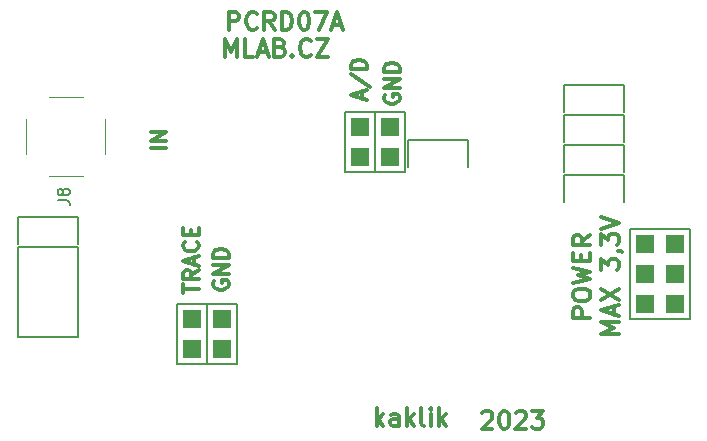
<source format=gbr>
%TF.GenerationSoftware,KiCad,Pcbnew,7.0.7-7.0.7~ubuntu23.04.1*%
%TF.CreationDate,2023-09-26T14:19:23+00:00*%
%TF.ProjectId,PCRD07,50435244-3037-42e6-9b69-6361645f7063,REV*%
%TF.SameCoordinates,PX6bb53e0PY7c5bf00*%
%TF.FileFunction,Legend,Top*%
%TF.FilePolarity,Positive*%
%FSLAX46Y46*%
G04 Gerber Fmt 4.6, Leading zero omitted, Abs format (unit mm)*
G04 Created by KiCad (PCBNEW 7.0.7-7.0.7~ubuntu23.04.1) date 2023-09-26 14:19:23*
%MOMM*%
%LPD*%
G01*
G04 APERTURE LIST*
%ADD10C,0.300000*%
%ADD11C,0.150000*%
%ADD12C,0.120000*%
%ADD13R,1.524000X1.524000*%
G04 APERTURE END LIST*
D10*
X21891804Y18175490D02*
X21891804Y18918347D01*
X23191804Y18546919D02*
X21891804Y18546919D01*
X23191804Y20094537D02*
X22572757Y19661204D01*
X23191804Y19351680D02*
X21891804Y19351680D01*
X21891804Y19351680D02*
X21891804Y19846918D01*
X21891804Y19846918D02*
X21953709Y19970728D01*
X21953709Y19970728D02*
X22015614Y20032633D01*
X22015614Y20032633D02*
X22139423Y20094537D01*
X22139423Y20094537D02*
X22325138Y20094537D01*
X22325138Y20094537D02*
X22448947Y20032633D01*
X22448947Y20032633D02*
X22510852Y19970728D01*
X22510852Y19970728D02*
X22572757Y19846918D01*
X22572757Y19846918D02*
X22572757Y19351680D01*
X22820376Y20589776D02*
X22820376Y21208823D01*
X23191804Y20465966D02*
X21891804Y20899299D01*
X21891804Y20899299D02*
X23191804Y21332633D01*
X23067995Y22508823D02*
X23129900Y22446919D01*
X23129900Y22446919D02*
X23191804Y22261204D01*
X23191804Y22261204D02*
X23191804Y22137395D01*
X23191804Y22137395D02*
X23129900Y21951681D01*
X23129900Y21951681D02*
X23006090Y21827871D01*
X23006090Y21827871D02*
X22882280Y21765966D01*
X22882280Y21765966D02*
X22634661Y21704062D01*
X22634661Y21704062D02*
X22448947Y21704062D01*
X22448947Y21704062D02*
X22201328Y21765966D01*
X22201328Y21765966D02*
X22077519Y21827871D01*
X22077519Y21827871D02*
X21953709Y21951681D01*
X21953709Y21951681D02*
X21891804Y22137395D01*
X21891804Y22137395D02*
X21891804Y22261204D01*
X21891804Y22261204D02*
X21953709Y22446919D01*
X21953709Y22446919D02*
X22015614Y22508823D01*
X22510852Y23065966D02*
X22510852Y23499300D01*
X23191804Y23685014D02*
X23191804Y23065966D01*
X23191804Y23065966D02*
X21891804Y23065966D01*
X21891804Y23065966D02*
X21891804Y23685014D01*
X38971709Y34931204D02*
X38909804Y34807394D01*
X38909804Y34807394D02*
X38909804Y34621680D01*
X38909804Y34621680D02*
X38971709Y34435966D01*
X38971709Y34435966D02*
X39095519Y34312156D01*
X39095519Y34312156D02*
X39219328Y34250251D01*
X39219328Y34250251D02*
X39466947Y34188347D01*
X39466947Y34188347D02*
X39652661Y34188347D01*
X39652661Y34188347D02*
X39900280Y34250251D01*
X39900280Y34250251D02*
X40024090Y34312156D01*
X40024090Y34312156D02*
X40147900Y34435966D01*
X40147900Y34435966D02*
X40209804Y34621680D01*
X40209804Y34621680D02*
X40209804Y34745489D01*
X40209804Y34745489D02*
X40147900Y34931204D01*
X40147900Y34931204D02*
X40085995Y34993108D01*
X40085995Y34993108D02*
X39652661Y34993108D01*
X39652661Y34993108D02*
X39652661Y34745489D01*
X40209804Y35550251D02*
X38909804Y35550251D01*
X38909804Y35550251D02*
X40209804Y36293108D01*
X40209804Y36293108D02*
X38909804Y36293108D01*
X40209804Y36912156D02*
X38909804Y36912156D01*
X38909804Y36912156D02*
X38909804Y37221680D01*
X38909804Y37221680D02*
X38971709Y37407394D01*
X38971709Y37407394D02*
X39095519Y37531204D01*
X39095519Y37531204D02*
X39219328Y37593109D01*
X39219328Y37593109D02*
X39466947Y37655013D01*
X39466947Y37655013D02*
X39652661Y37655013D01*
X39652661Y37655013D02*
X39900280Y37593109D01*
X39900280Y37593109D02*
X40024090Y37531204D01*
X40024090Y37531204D02*
X40147900Y37407394D01*
X40147900Y37407394D02*
X40209804Y37221680D01*
X40209804Y37221680D02*
X40209804Y36912156D01*
X24493709Y19183204D02*
X24431804Y19059394D01*
X24431804Y19059394D02*
X24431804Y18873680D01*
X24431804Y18873680D02*
X24493709Y18687966D01*
X24493709Y18687966D02*
X24617519Y18564156D01*
X24617519Y18564156D02*
X24741328Y18502251D01*
X24741328Y18502251D02*
X24988947Y18440347D01*
X24988947Y18440347D02*
X25174661Y18440347D01*
X25174661Y18440347D02*
X25422280Y18502251D01*
X25422280Y18502251D02*
X25546090Y18564156D01*
X25546090Y18564156D02*
X25669900Y18687966D01*
X25669900Y18687966D02*
X25731804Y18873680D01*
X25731804Y18873680D02*
X25731804Y18997489D01*
X25731804Y18997489D02*
X25669900Y19183204D01*
X25669900Y19183204D02*
X25607995Y19245108D01*
X25607995Y19245108D02*
X25174661Y19245108D01*
X25174661Y19245108D02*
X25174661Y18997489D01*
X25731804Y19802251D02*
X24431804Y19802251D01*
X24431804Y19802251D02*
X25731804Y20545108D01*
X25731804Y20545108D02*
X24431804Y20545108D01*
X25731804Y21164156D02*
X24431804Y21164156D01*
X24431804Y21164156D02*
X24431804Y21473680D01*
X24431804Y21473680D02*
X24493709Y21659394D01*
X24493709Y21659394D02*
X24617519Y21783204D01*
X24617519Y21783204D02*
X24741328Y21845109D01*
X24741328Y21845109D02*
X24988947Y21907013D01*
X24988947Y21907013D02*
X25174661Y21907013D01*
X25174661Y21907013D02*
X25422280Y21845109D01*
X25422280Y21845109D02*
X25546090Y21783204D01*
X25546090Y21783204D02*
X25669900Y21659394D01*
X25669900Y21659394D02*
X25731804Y21473680D01*
X25731804Y21473680D02*
X25731804Y21164156D01*
X37044376Y34628061D02*
X37044376Y35247108D01*
X37415804Y34504251D02*
X36115804Y34937584D01*
X36115804Y34937584D02*
X37415804Y35370918D01*
X36053900Y36732823D02*
X37725328Y35618537D01*
X37415804Y37166156D02*
X36115804Y37166156D01*
X36115804Y37166156D02*
X36115804Y37475680D01*
X36115804Y37475680D02*
X36177709Y37661394D01*
X36177709Y37661394D02*
X36301519Y37785204D01*
X36301519Y37785204D02*
X36425328Y37847109D01*
X36425328Y37847109D02*
X36672947Y37909013D01*
X36672947Y37909013D02*
X36858661Y37909013D01*
X36858661Y37909013D02*
X37106280Y37847109D01*
X37106280Y37847109D02*
X37230090Y37785204D01*
X37230090Y37785204D02*
X37353900Y37661394D01*
X37353900Y37661394D02*
X37415804Y37475680D01*
X37415804Y37475680D02*
X37415804Y37166156D01*
X20444804Y30455203D02*
X19144804Y30455203D01*
X20444804Y31074251D02*
X19144804Y31074251D01*
X19144804Y31074251D02*
X20444804Y31817108D01*
X20444804Y31817108D02*
X19144804Y31817108D01*
X38255142Y6941672D02*
X38255142Y8441672D01*
X38398000Y7513100D02*
X38826571Y6941672D01*
X38826571Y7941672D02*
X38255142Y7370243D01*
X40112286Y6941672D02*
X40112286Y7727386D01*
X40112286Y7727386D02*
X40040857Y7870243D01*
X40040857Y7870243D02*
X39898000Y7941672D01*
X39898000Y7941672D02*
X39612286Y7941672D01*
X39612286Y7941672D02*
X39469428Y7870243D01*
X40112286Y7013100D02*
X39969428Y6941672D01*
X39969428Y6941672D02*
X39612286Y6941672D01*
X39612286Y6941672D02*
X39469428Y7013100D01*
X39469428Y7013100D02*
X39398000Y7155958D01*
X39398000Y7155958D02*
X39398000Y7298815D01*
X39398000Y7298815D02*
X39469428Y7441672D01*
X39469428Y7441672D02*
X39612286Y7513100D01*
X39612286Y7513100D02*
X39969428Y7513100D01*
X39969428Y7513100D02*
X40112286Y7584529D01*
X40826571Y6941672D02*
X40826571Y8441672D01*
X40969429Y7513100D02*
X41398000Y6941672D01*
X41398000Y7941672D02*
X40826571Y7370243D01*
X42255143Y6941672D02*
X42112286Y7013100D01*
X42112286Y7013100D02*
X42040857Y7155958D01*
X42040857Y7155958D02*
X42040857Y8441672D01*
X42826571Y6941672D02*
X42826571Y7941672D01*
X42826571Y8441672D02*
X42755143Y8370243D01*
X42755143Y8370243D02*
X42826571Y8298815D01*
X42826571Y8298815D02*
X42898000Y8370243D01*
X42898000Y8370243D02*
X42826571Y8441672D01*
X42826571Y8441672D02*
X42826571Y8298815D01*
X43540857Y6941672D02*
X43540857Y8441672D01*
X43683715Y7513100D02*
X44112286Y6941672D01*
X44112286Y7941672D02*
X43540857Y7370243D01*
X25765714Y40469672D02*
X25765714Y41969672D01*
X25765714Y41969672D02*
X26337143Y41969672D01*
X26337143Y41969672D02*
X26480000Y41898243D01*
X26480000Y41898243D02*
X26551429Y41826815D01*
X26551429Y41826815D02*
X26622857Y41683958D01*
X26622857Y41683958D02*
X26622857Y41469672D01*
X26622857Y41469672D02*
X26551429Y41326815D01*
X26551429Y41326815D02*
X26480000Y41255386D01*
X26480000Y41255386D02*
X26337143Y41183958D01*
X26337143Y41183958D02*
X25765714Y41183958D01*
X28122857Y40612529D02*
X28051429Y40541100D01*
X28051429Y40541100D02*
X27837143Y40469672D01*
X27837143Y40469672D02*
X27694286Y40469672D01*
X27694286Y40469672D02*
X27480000Y40541100D01*
X27480000Y40541100D02*
X27337143Y40683958D01*
X27337143Y40683958D02*
X27265714Y40826815D01*
X27265714Y40826815D02*
X27194286Y41112529D01*
X27194286Y41112529D02*
X27194286Y41326815D01*
X27194286Y41326815D02*
X27265714Y41612529D01*
X27265714Y41612529D02*
X27337143Y41755386D01*
X27337143Y41755386D02*
X27480000Y41898243D01*
X27480000Y41898243D02*
X27694286Y41969672D01*
X27694286Y41969672D02*
X27837143Y41969672D01*
X27837143Y41969672D02*
X28051429Y41898243D01*
X28051429Y41898243D02*
X28122857Y41826815D01*
X29622857Y40469672D02*
X29122857Y41183958D01*
X28765714Y40469672D02*
X28765714Y41969672D01*
X28765714Y41969672D02*
X29337143Y41969672D01*
X29337143Y41969672D02*
X29480000Y41898243D01*
X29480000Y41898243D02*
X29551429Y41826815D01*
X29551429Y41826815D02*
X29622857Y41683958D01*
X29622857Y41683958D02*
X29622857Y41469672D01*
X29622857Y41469672D02*
X29551429Y41326815D01*
X29551429Y41326815D02*
X29480000Y41255386D01*
X29480000Y41255386D02*
X29337143Y41183958D01*
X29337143Y41183958D02*
X28765714Y41183958D01*
X30265714Y40469672D02*
X30265714Y41969672D01*
X30265714Y41969672D02*
X30622857Y41969672D01*
X30622857Y41969672D02*
X30837143Y41898243D01*
X30837143Y41898243D02*
X30980000Y41755386D01*
X30980000Y41755386D02*
X31051429Y41612529D01*
X31051429Y41612529D02*
X31122857Y41326815D01*
X31122857Y41326815D02*
X31122857Y41112529D01*
X31122857Y41112529D02*
X31051429Y40826815D01*
X31051429Y40826815D02*
X30980000Y40683958D01*
X30980000Y40683958D02*
X30837143Y40541100D01*
X30837143Y40541100D02*
X30622857Y40469672D01*
X30622857Y40469672D02*
X30265714Y40469672D01*
X32051429Y41969672D02*
X32194286Y41969672D01*
X32194286Y41969672D02*
X32337143Y41898243D01*
X32337143Y41898243D02*
X32408572Y41826815D01*
X32408572Y41826815D02*
X32480000Y41683958D01*
X32480000Y41683958D02*
X32551429Y41398243D01*
X32551429Y41398243D02*
X32551429Y41041100D01*
X32551429Y41041100D02*
X32480000Y40755386D01*
X32480000Y40755386D02*
X32408572Y40612529D01*
X32408572Y40612529D02*
X32337143Y40541100D01*
X32337143Y40541100D02*
X32194286Y40469672D01*
X32194286Y40469672D02*
X32051429Y40469672D01*
X32051429Y40469672D02*
X31908572Y40541100D01*
X31908572Y40541100D02*
X31837143Y40612529D01*
X31837143Y40612529D02*
X31765714Y40755386D01*
X31765714Y40755386D02*
X31694286Y41041100D01*
X31694286Y41041100D02*
X31694286Y41398243D01*
X31694286Y41398243D02*
X31765714Y41683958D01*
X31765714Y41683958D02*
X31837143Y41826815D01*
X31837143Y41826815D02*
X31908572Y41898243D01*
X31908572Y41898243D02*
X32051429Y41969672D01*
X33051428Y41969672D02*
X34051428Y41969672D01*
X34051428Y41969672D02*
X33408571Y40469672D01*
X34551428Y40898243D02*
X35265714Y40898243D01*
X34408571Y40469672D02*
X34908571Y41969672D01*
X34908571Y41969672D02*
X35408571Y40469672D01*
X25396571Y38183672D02*
X25396571Y39683672D01*
X25396571Y39683672D02*
X25896571Y38612243D01*
X25896571Y38612243D02*
X26396571Y39683672D01*
X26396571Y39683672D02*
X26396571Y38183672D01*
X27825143Y38183672D02*
X27110857Y38183672D01*
X27110857Y38183672D02*
X27110857Y39683672D01*
X28253715Y38612243D02*
X28968001Y38612243D01*
X28110858Y38183672D02*
X28610858Y39683672D01*
X28610858Y39683672D02*
X29110858Y38183672D01*
X30110857Y38969386D02*
X30325143Y38897958D01*
X30325143Y38897958D02*
X30396572Y38826529D01*
X30396572Y38826529D02*
X30468000Y38683672D01*
X30468000Y38683672D02*
X30468000Y38469386D01*
X30468000Y38469386D02*
X30396572Y38326529D01*
X30396572Y38326529D02*
X30325143Y38255100D01*
X30325143Y38255100D02*
X30182286Y38183672D01*
X30182286Y38183672D02*
X29610857Y38183672D01*
X29610857Y38183672D02*
X29610857Y39683672D01*
X29610857Y39683672D02*
X30110857Y39683672D01*
X30110857Y39683672D02*
X30253715Y39612243D01*
X30253715Y39612243D02*
X30325143Y39540815D01*
X30325143Y39540815D02*
X30396572Y39397958D01*
X30396572Y39397958D02*
X30396572Y39255100D01*
X30396572Y39255100D02*
X30325143Y39112243D01*
X30325143Y39112243D02*
X30253715Y39040815D01*
X30253715Y39040815D02*
X30110857Y38969386D01*
X30110857Y38969386D02*
X29610857Y38969386D01*
X31110857Y38326529D02*
X31182286Y38255100D01*
X31182286Y38255100D02*
X31110857Y38183672D01*
X31110857Y38183672D02*
X31039429Y38255100D01*
X31039429Y38255100D02*
X31110857Y38326529D01*
X31110857Y38326529D02*
X31110857Y38183672D01*
X32682286Y38326529D02*
X32610858Y38255100D01*
X32610858Y38255100D02*
X32396572Y38183672D01*
X32396572Y38183672D02*
X32253715Y38183672D01*
X32253715Y38183672D02*
X32039429Y38255100D01*
X32039429Y38255100D02*
X31896572Y38397958D01*
X31896572Y38397958D02*
X31825143Y38540815D01*
X31825143Y38540815D02*
X31753715Y38826529D01*
X31753715Y38826529D02*
X31753715Y39040815D01*
X31753715Y39040815D02*
X31825143Y39326529D01*
X31825143Y39326529D02*
X31896572Y39469386D01*
X31896572Y39469386D02*
X32039429Y39612243D01*
X32039429Y39612243D02*
X32253715Y39683672D01*
X32253715Y39683672D02*
X32396572Y39683672D01*
X32396572Y39683672D02*
X32610858Y39612243D01*
X32610858Y39612243D02*
X32682286Y39540815D01*
X33182286Y39683672D02*
X34182286Y39683672D01*
X34182286Y39683672D02*
X33182286Y38183672D01*
X33182286Y38183672D02*
X34182286Y38183672D01*
X56366828Y16093714D02*
X54866828Y16093714D01*
X54866828Y16093714D02*
X54866828Y16665143D01*
X54866828Y16665143D02*
X54938257Y16808000D01*
X54938257Y16808000D02*
X55009685Y16879429D01*
X55009685Y16879429D02*
X55152542Y16950857D01*
X55152542Y16950857D02*
X55366828Y16950857D01*
X55366828Y16950857D02*
X55509685Y16879429D01*
X55509685Y16879429D02*
X55581114Y16808000D01*
X55581114Y16808000D02*
X55652542Y16665143D01*
X55652542Y16665143D02*
X55652542Y16093714D01*
X54866828Y17879429D02*
X54866828Y18165143D01*
X54866828Y18165143D02*
X54938257Y18308000D01*
X54938257Y18308000D02*
X55081114Y18450857D01*
X55081114Y18450857D02*
X55366828Y18522286D01*
X55366828Y18522286D02*
X55866828Y18522286D01*
X55866828Y18522286D02*
X56152542Y18450857D01*
X56152542Y18450857D02*
X56295400Y18308000D01*
X56295400Y18308000D02*
X56366828Y18165143D01*
X56366828Y18165143D02*
X56366828Y17879429D01*
X56366828Y17879429D02*
X56295400Y17736571D01*
X56295400Y17736571D02*
X56152542Y17593714D01*
X56152542Y17593714D02*
X55866828Y17522286D01*
X55866828Y17522286D02*
X55366828Y17522286D01*
X55366828Y17522286D02*
X55081114Y17593714D01*
X55081114Y17593714D02*
X54938257Y17736571D01*
X54938257Y17736571D02*
X54866828Y17879429D01*
X54866828Y19022286D02*
X56366828Y19379429D01*
X56366828Y19379429D02*
X55295400Y19665143D01*
X55295400Y19665143D02*
X56366828Y19950858D01*
X56366828Y19950858D02*
X54866828Y20308000D01*
X55581114Y20879429D02*
X55581114Y21379429D01*
X56366828Y21593715D02*
X56366828Y20879429D01*
X56366828Y20879429D02*
X54866828Y20879429D01*
X54866828Y20879429D02*
X54866828Y21593715D01*
X56366828Y23093715D02*
X55652542Y22593715D01*
X56366828Y22236572D02*
X54866828Y22236572D01*
X54866828Y22236572D02*
X54866828Y22808001D01*
X54866828Y22808001D02*
X54938257Y22950858D01*
X54938257Y22950858D02*
X55009685Y23022287D01*
X55009685Y23022287D02*
X55152542Y23093715D01*
X55152542Y23093715D02*
X55366828Y23093715D01*
X55366828Y23093715D02*
X55509685Y23022287D01*
X55509685Y23022287D02*
X55581114Y22950858D01*
X55581114Y22950858D02*
X55652542Y22808001D01*
X55652542Y22808001D02*
X55652542Y22236572D01*
X58781828Y14700858D02*
X57281828Y14700858D01*
X57281828Y14700858D02*
X58353257Y15200858D01*
X58353257Y15200858D02*
X57281828Y15700858D01*
X57281828Y15700858D02*
X58781828Y15700858D01*
X58353257Y16343716D02*
X58353257Y17058001D01*
X58781828Y16200859D02*
X57281828Y16700859D01*
X57281828Y16700859D02*
X58781828Y17200859D01*
X57281828Y17558001D02*
X58781828Y18558001D01*
X57281828Y18558001D02*
X58781828Y17558001D01*
X57281828Y20129429D02*
X57281828Y21058001D01*
X57281828Y21058001D02*
X57853257Y20558001D01*
X57853257Y20558001D02*
X57853257Y20772286D01*
X57853257Y20772286D02*
X57924685Y20915143D01*
X57924685Y20915143D02*
X57996114Y20986572D01*
X57996114Y20986572D02*
X58138971Y21058001D01*
X58138971Y21058001D02*
X58496114Y21058001D01*
X58496114Y21058001D02*
X58638971Y20986572D01*
X58638971Y20986572D02*
X58710400Y20915143D01*
X58710400Y20915143D02*
X58781828Y20772286D01*
X58781828Y20772286D02*
X58781828Y20343715D01*
X58781828Y20343715D02*
X58710400Y20200858D01*
X58710400Y20200858D02*
X58638971Y20129429D01*
X58710400Y21772286D02*
X58781828Y21772286D01*
X58781828Y21772286D02*
X58924685Y21700857D01*
X58924685Y21700857D02*
X58996114Y21629429D01*
X57281828Y22272286D02*
X57281828Y23200858D01*
X57281828Y23200858D02*
X57853257Y22700858D01*
X57853257Y22700858D02*
X57853257Y22915143D01*
X57853257Y22915143D02*
X57924685Y23058000D01*
X57924685Y23058000D02*
X57996114Y23129429D01*
X57996114Y23129429D02*
X58138971Y23200858D01*
X58138971Y23200858D02*
X58496114Y23200858D01*
X58496114Y23200858D02*
X58638971Y23129429D01*
X58638971Y23129429D02*
X58710400Y23058000D01*
X58710400Y23058000D02*
X58781828Y22915143D01*
X58781828Y22915143D02*
X58781828Y22486572D01*
X58781828Y22486572D02*
X58710400Y22343715D01*
X58710400Y22343715D02*
X58638971Y22272286D01*
X57281828Y23629429D02*
X58781828Y24129429D01*
X58781828Y24129429D02*
X57281828Y24629429D01*
X47212572Y8044815D02*
X47284000Y8116243D01*
X47284000Y8116243D02*
X47426858Y8187672D01*
X47426858Y8187672D02*
X47784000Y8187672D01*
X47784000Y8187672D02*
X47926858Y8116243D01*
X47926858Y8116243D02*
X47998286Y8044815D01*
X47998286Y8044815D02*
X48069715Y7901958D01*
X48069715Y7901958D02*
X48069715Y7759100D01*
X48069715Y7759100D02*
X47998286Y7544815D01*
X47998286Y7544815D02*
X47141143Y6687672D01*
X47141143Y6687672D02*
X48069715Y6687672D01*
X48998286Y8187672D02*
X49141143Y8187672D01*
X49141143Y8187672D02*
X49284000Y8116243D01*
X49284000Y8116243D02*
X49355429Y8044815D01*
X49355429Y8044815D02*
X49426857Y7901958D01*
X49426857Y7901958D02*
X49498286Y7616243D01*
X49498286Y7616243D02*
X49498286Y7259100D01*
X49498286Y7259100D02*
X49426857Y6973386D01*
X49426857Y6973386D02*
X49355429Y6830529D01*
X49355429Y6830529D02*
X49284000Y6759100D01*
X49284000Y6759100D02*
X49141143Y6687672D01*
X49141143Y6687672D02*
X48998286Y6687672D01*
X48998286Y6687672D02*
X48855429Y6759100D01*
X48855429Y6759100D02*
X48784000Y6830529D01*
X48784000Y6830529D02*
X48712571Y6973386D01*
X48712571Y6973386D02*
X48641143Y7259100D01*
X48641143Y7259100D02*
X48641143Y7616243D01*
X48641143Y7616243D02*
X48712571Y7901958D01*
X48712571Y7901958D02*
X48784000Y8044815D01*
X48784000Y8044815D02*
X48855429Y8116243D01*
X48855429Y8116243D02*
X48998286Y8187672D01*
X50069714Y8044815D02*
X50141142Y8116243D01*
X50141142Y8116243D02*
X50284000Y8187672D01*
X50284000Y8187672D02*
X50641142Y8187672D01*
X50641142Y8187672D02*
X50784000Y8116243D01*
X50784000Y8116243D02*
X50855428Y8044815D01*
X50855428Y8044815D02*
X50926857Y7901958D01*
X50926857Y7901958D02*
X50926857Y7759100D01*
X50926857Y7759100D02*
X50855428Y7544815D01*
X50855428Y7544815D02*
X49998285Y6687672D01*
X49998285Y6687672D02*
X50926857Y6687672D01*
X51426856Y8187672D02*
X52355428Y8187672D01*
X52355428Y8187672D02*
X51855428Y7616243D01*
X51855428Y7616243D02*
X52069713Y7616243D01*
X52069713Y7616243D02*
X52212571Y7544815D01*
X52212571Y7544815D02*
X52283999Y7473386D01*
X52283999Y7473386D02*
X52355428Y7330529D01*
X52355428Y7330529D02*
X52355428Y6973386D01*
X52355428Y6973386D02*
X52283999Y6830529D01*
X52283999Y6830529D02*
X52212571Y6759100D01*
X52212571Y6759100D02*
X52069713Y6687672D01*
X52069713Y6687672D02*
X51641142Y6687672D01*
X51641142Y6687672D02*
X51498285Y6759100D01*
X51498285Y6759100D02*
X51426856Y6830529D01*
D11*
X11265819Y26021667D02*
X11980104Y26021667D01*
X11980104Y26021667D02*
X12122961Y25974048D01*
X12122961Y25974048D02*
X12218200Y25878810D01*
X12218200Y25878810D02*
X12265819Y25735953D01*
X12265819Y25735953D02*
X12265819Y25640715D01*
X11694390Y26640715D02*
X11646771Y26545477D01*
X11646771Y26545477D02*
X11599152Y26497858D01*
X11599152Y26497858D02*
X11503914Y26450239D01*
X11503914Y26450239D02*
X11456295Y26450239D01*
X11456295Y26450239D02*
X11361057Y26497858D01*
X11361057Y26497858D02*
X11313438Y26545477D01*
X11313438Y26545477D02*
X11265819Y26640715D01*
X11265819Y26640715D02*
X11265819Y26831191D01*
X11265819Y26831191D02*
X11313438Y26926429D01*
X11313438Y26926429D02*
X11361057Y26974048D01*
X11361057Y26974048D02*
X11456295Y27021667D01*
X11456295Y27021667D02*
X11503914Y27021667D01*
X11503914Y27021667D02*
X11599152Y26974048D01*
X11599152Y26974048D02*
X11646771Y26926429D01*
X11646771Y26926429D02*
X11694390Y26831191D01*
X11694390Y26831191D02*
X11694390Y26640715D01*
X11694390Y26640715D02*
X11742009Y26545477D01*
X11742009Y26545477D02*
X11789628Y26497858D01*
X11789628Y26497858D02*
X11884866Y26450239D01*
X11884866Y26450239D02*
X12075342Y26450239D01*
X12075342Y26450239D02*
X12170580Y26497858D01*
X12170580Y26497858D02*
X12218200Y26545477D01*
X12218200Y26545477D02*
X12265819Y26640715D01*
X12265819Y26640715D02*
X12265819Y26831191D01*
X12265819Y26831191D02*
X12218200Y26926429D01*
X12218200Y26926429D02*
X12170580Y26974048D01*
X12170580Y26974048D02*
X12075342Y27021667D01*
X12075342Y27021667D02*
X11884866Y27021667D01*
X11884866Y27021667D02*
X11789628Y26974048D01*
X11789628Y26974048D02*
X11742009Y26926429D01*
X11742009Y26926429D02*
X11694390Y26831191D01*
D12*
%TO.C,J8*%
X10488000Y28080000D02*
X13388000Y28080000D01*
X8583000Y29985000D02*
X8583000Y32885000D01*
X15293000Y29985000D02*
X15293000Y32885000D01*
X10488000Y34790000D02*
X13388000Y34790000D01*
D11*
%TO.C,J1*%
X64770000Y16002000D02*
X59690000Y16002000D01*
X64770000Y23622000D02*
X64770000Y16002000D01*
X59690000Y16002000D02*
X59690000Y23622000D01*
X59690000Y23622000D02*
X64770000Y23622000D01*
%TO.C,J2*%
X23876000Y12192000D02*
X23876000Y17272000D01*
X26416000Y12192000D02*
X23876000Y12192000D01*
X23876000Y17272000D02*
X26416000Y17272000D01*
X26416000Y17272000D02*
X26416000Y12192000D01*
%TO.C,J3*%
X21336000Y12192000D02*
X21336000Y17272000D01*
X23876000Y12192000D02*
X21336000Y12192000D01*
X21336000Y17272000D02*
X23876000Y17272000D01*
X23876000Y17272000D02*
X23876000Y12192000D01*
%TO.C,J5*%
X38100000Y28448000D02*
X38100000Y33528000D01*
X40640000Y28448000D02*
X38100000Y28448000D01*
X38100000Y33528000D02*
X40640000Y33528000D01*
X40640000Y33528000D02*
X40640000Y28448000D01*
%TO.C,J6*%
X35560000Y28448000D02*
X35560000Y33528000D01*
X38100000Y28448000D02*
X35560000Y28448000D01*
X35560000Y33528000D02*
X38100000Y33528000D01*
X38100000Y33528000D02*
X38100000Y28448000D01*
%TO.C,J7*%
X59182000Y33274000D02*
X59182000Y30988000D01*
X54102000Y30988000D02*
X54102000Y33274000D01*
X54102000Y33274000D02*
X59182000Y33274000D01*
%TO.C,J10*%
X59182000Y28194000D02*
X59182000Y25908000D01*
X54102000Y25908000D02*
X54102000Y28194000D01*
X54102000Y28194000D02*
X59182000Y28194000D01*
%TO.C,J9*%
X59182000Y35814000D02*
X59182000Y33528000D01*
X54102000Y33528000D02*
X54102000Y35814000D01*
X54102000Y35814000D02*
X59182000Y35814000D01*
%TO.C,J4*%
X59182000Y30734000D02*
X59182000Y28448000D01*
X54102000Y28448000D02*
X54102000Y30734000D01*
X54102000Y30734000D02*
X59182000Y30734000D01*
%TO.C,J11*%
X45974000Y31115000D02*
X45974000Y28829000D01*
X40894000Y28829000D02*
X40894000Y31115000D01*
X40894000Y31115000D02*
X45974000Y31115000D01*
%TO.C,J12*%
X7874000Y22098000D02*
X12954000Y22098000D01*
X7874000Y14478000D02*
X7874000Y22098000D01*
X12954000Y22098000D02*
X12954000Y14478000D01*
X12954000Y14478000D02*
X7874000Y14478000D01*
%TO.C,J13*%
X12954000Y24638000D02*
X12954000Y22352000D01*
X7874000Y22352000D02*
X7874000Y24638000D01*
X7874000Y24638000D02*
X12954000Y24638000D01*
%TD*%
D13*
%TO.C,J1*%
X63500000Y17272000D03*
X60960000Y17272000D03*
X63500000Y19812000D03*
X60960000Y19812000D03*
X63500000Y22352000D03*
X60960000Y22352000D03*
%TD*%
%TO.C,J2*%
X25146000Y13462000D03*
X25146000Y16002000D03*
%TD*%
%TO.C,J3*%
X22606000Y13462000D03*
X22606000Y16002000D03*
%TD*%
%TO.C,J5*%
X39370000Y29718000D03*
X39370000Y32258000D03*
%TD*%
%TO.C,J6*%
X36830000Y29718000D03*
X36830000Y32258000D03*
%TD*%
M02*

</source>
